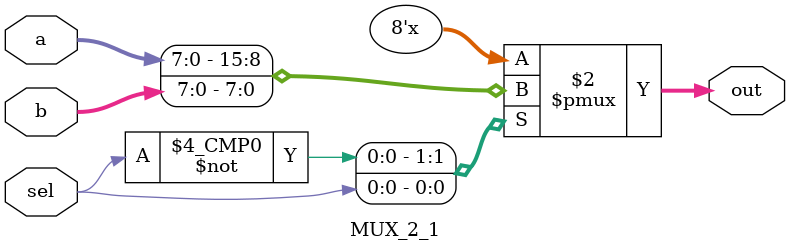
<source format=v>
`timescale 1ns / 1ps
module MUX_2_1 #(
    parameter    INPUT_WIDTH  = 8,
    parameter    OUTPUT_WIDTH = 8
) (
    input                           sel,
    input  [INPUT_WIDTH - 1 : 0]    a,b,
    output reg [OUTPUT_WIDTH - 1 : 0]   out
);

always @( a or b or sel) begin
    case (sel)
        0: out <= a;
        1: out <= b;
    endcase
end

endmodule  //2to1MUX
</source>
